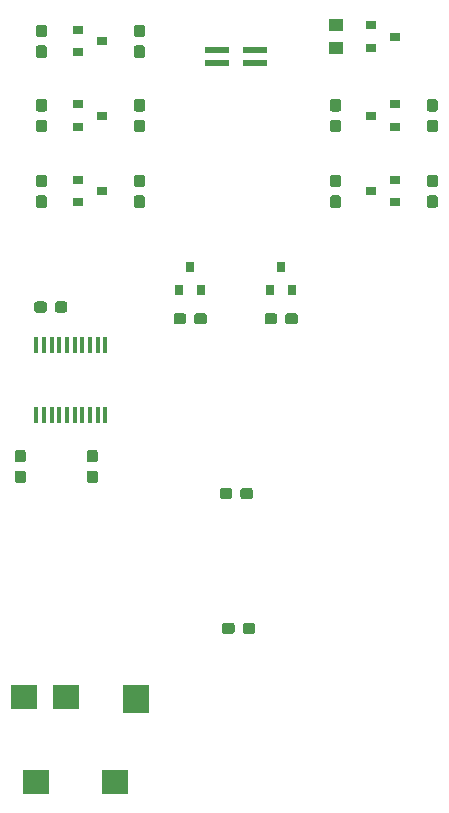
<source format=gtp>
G04 #@! TF.GenerationSoftware,KiCad,Pcbnew,5.0.0-fee4fd1~66~ubuntu16.04.1*
G04 #@! TF.CreationDate,2018-10-04T18:13:22+05:30*
G04 #@! TF.ProjectId,senseBeTx_rev1,73656E7365426554785F726576312E6B,rev?*
G04 #@! TF.SameCoordinates,Original*
G04 #@! TF.FileFunction,Paste,Top*
G04 #@! TF.FilePolarity,Positive*
%FSLAX46Y46*%
G04 Gerber Fmt 4.6, Leading zero omitted, Abs format (unit mm)*
G04 Created by KiCad (PCBNEW 5.0.0-fee4fd1~66~ubuntu16.04.1) date Thu Oct  4 18:13:22 2018*
%MOMM*%
%LPD*%
G01*
G04 APERTURE LIST*
%ADD10R,0.450000X1.450000*%
%ADD11R,1.250000X1.000000*%
%ADD12C,0.100000*%
%ADD13C,0.950000*%
%ADD14R,2.200000X2.000000*%
%ADD15R,2.200000X2.400000*%
%ADD16R,0.900000X0.800000*%
%ADD17R,0.800000X0.900000*%
%ADD18R,2.000000X0.550000*%
G04 APERTURE END LIST*
D10*
G04 #@! TO.C,U1*
X16075000Y-159850000D03*
X16725000Y-159850000D03*
X17375000Y-159850000D03*
X18025000Y-159850000D03*
X18675000Y-159850000D03*
X19325000Y-159850000D03*
X19975000Y-159850000D03*
X20625000Y-159850000D03*
X21275000Y-159850000D03*
X21925000Y-159850000D03*
X21925000Y-153950000D03*
X21275000Y-153950000D03*
X20625000Y-153950000D03*
X19975000Y-153950000D03*
X19325000Y-153950000D03*
X18675000Y-153950000D03*
X18025000Y-153950000D03*
X17375000Y-153950000D03*
X16725000Y-153950000D03*
X16075000Y-153950000D03*
G04 #@! TD*
D11*
G04 #@! TO.C,C1*
X41400000Y-128800000D03*
X41400000Y-126800000D03*
G04 #@! TD*
D12*
G04 #@! TO.C,C2*
G36*
X32435779Y-166026144D02*
X32458834Y-166029563D01*
X32481443Y-166035227D01*
X32503387Y-166043079D01*
X32524457Y-166053044D01*
X32544448Y-166065026D01*
X32563168Y-166078910D01*
X32580438Y-166094562D01*
X32596090Y-166111832D01*
X32609974Y-166130552D01*
X32621956Y-166150543D01*
X32631921Y-166171613D01*
X32639773Y-166193557D01*
X32645437Y-166216166D01*
X32648856Y-166239221D01*
X32650000Y-166262500D01*
X32650000Y-166737500D01*
X32648856Y-166760779D01*
X32645437Y-166783834D01*
X32639773Y-166806443D01*
X32631921Y-166828387D01*
X32621956Y-166849457D01*
X32609974Y-166869448D01*
X32596090Y-166888168D01*
X32580438Y-166905438D01*
X32563168Y-166921090D01*
X32544448Y-166934974D01*
X32524457Y-166946956D01*
X32503387Y-166956921D01*
X32481443Y-166964773D01*
X32458834Y-166970437D01*
X32435779Y-166973856D01*
X32412500Y-166975000D01*
X31837500Y-166975000D01*
X31814221Y-166973856D01*
X31791166Y-166970437D01*
X31768557Y-166964773D01*
X31746613Y-166956921D01*
X31725543Y-166946956D01*
X31705552Y-166934974D01*
X31686832Y-166921090D01*
X31669562Y-166905438D01*
X31653910Y-166888168D01*
X31640026Y-166869448D01*
X31628044Y-166849457D01*
X31618079Y-166828387D01*
X31610227Y-166806443D01*
X31604563Y-166783834D01*
X31601144Y-166760779D01*
X31600000Y-166737500D01*
X31600000Y-166262500D01*
X31601144Y-166239221D01*
X31604563Y-166216166D01*
X31610227Y-166193557D01*
X31618079Y-166171613D01*
X31628044Y-166150543D01*
X31640026Y-166130552D01*
X31653910Y-166111832D01*
X31669562Y-166094562D01*
X31686832Y-166078910D01*
X31705552Y-166065026D01*
X31725543Y-166053044D01*
X31746613Y-166043079D01*
X31768557Y-166035227D01*
X31791166Y-166029563D01*
X31814221Y-166026144D01*
X31837500Y-166025000D01*
X32412500Y-166025000D01*
X32435779Y-166026144D01*
X32435779Y-166026144D01*
G37*
D13*
X32125000Y-166500000D03*
D12*
G36*
X34185779Y-166026144D02*
X34208834Y-166029563D01*
X34231443Y-166035227D01*
X34253387Y-166043079D01*
X34274457Y-166053044D01*
X34294448Y-166065026D01*
X34313168Y-166078910D01*
X34330438Y-166094562D01*
X34346090Y-166111832D01*
X34359974Y-166130552D01*
X34371956Y-166150543D01*
X34381921Y-166171613D01*
X34389773Y-166193557D01*
X34395437Y-166216166D01*
X34398856Y-166239221D01*
X34400000Y-166262500D01*
X34400000Y-166737500D01*
X34398856Y-166760779D01*
X34395437Y-166783834D01*
X34389773Y-166806443D01*
X34381921Y-166828387D01*
X34371956Y-166849457D01*
X34359974Y-166869448D01*
X34346090Y-166888168D01*
X34330438Y-166905438D01*
X34313168Y-166921090D01*
X34294448Y-166934974D01*
X34274457Y-166946956D01*
X34253387Y-166956921D01*
X34231443Y-166964773D01*
X34208834Y-166970437D01*
X34185779Y-166973856D01*
X34162500Y-166975000D01*
X33587500Y-166975000D01*
X33564221Y-166973856D01*
X33541166Y-166970437D01*
X33518557Y-166964773D01*
X33496613Y-166956921D01*
X33475543Y-166946956D01*
X33455552Y-166934974D01*
X33436832Y-166921090D01*
X33419562Y-166905438D01*
X33403910Y-166888168D01*
X33390026Y-166869448D01*
X33378044Y-166849457D01*
X33368079Y-166828387D01*
X33360227Y-166806443D01*
X33354563Y-166783834D01*
X33351144Y-166760779D01*
X33350000Y-166737500D01*
X33350000Y-166262500D01*
X33351144Y-166239221D01*
X33354563Y-166216166D01*
X33360227Y-166193557D01*
X33368079Y-166171613D01*
X33378044Y-166150543D01*
X33390026Y-166130552D01*
X33403910Y-166111832D01*
X33419562Y-166094562D01*
X33436832Y-166078910D01*
X33455552Y-166065026D01*
X33475543Y-166053044D01*
X33496613Y-166043079D01*
X33518557Y-166035227D01*
X33541166Y-166029563D01*
X33564221Y-166026144D01*
X33587500Y-166025000D01*
X34162500Y-166025000D01*
X34185779Y-166026144D01*
X34185779Y-166026144D01*
G37*
D13*
X33875000Y-166500000D03*
G04 #@! TD*
D12*
G04 #@! TO.C,C3*
G36*
X21060779Y-162801144D02*
X21083834Y-162804563D01*
X21106443Y-162810227D01*
X21128387Y-162818079D01*
X21149457Y-162828044D01*
X21169448Y-162840026D01*
X21188168Y-162853910D01*
X21205438Y-162869562D01*
X21221090Y-162886832D01*
X21234974Y-162905552D01*
X21246956Y-162925543D01*
X21256921Y-162946613D01*
X21264773Y-162968557D01*
X21270437Y-162991166D01*
X21273856Y-163014221D01*
X21275000Y-163037500D01*
X21275000Y-163612500D01*
X21273856Y-163635779D01*
X21270437Y-163658834D01*
X21264773Y-163681443D01*
X21256921Y-163703387D01*
X21246956Y-163724457D01*
X21234974Y-163744448D01*
X21221090Y-163763168D01*
X21205438Y-163780438D01*
X21188168Y-163796090D01*
X21169448Y-163809974D01*
X21149457Y-163821956D01*
X21128387Y-163831921D01*
X21106443Y-163839773D01*
X21083834Y-163845437D01*
X21060779Y-163848856D01*
X21037500Y-163850000D01*
X20562500Y-163850000D01*
X20539221Y-163848856D01*
X20516166Y-163845437D01*
X20493557Y-163839773D01*
X20471613Y-163831921D01*
X20450543Y-163821956D01*
X20430552Y-163809974D01*
X20411832Y-163796090D01*
X20394562Y-163780438D01*
X20378910Y-163763168D01*
X20365026Y-163744448D01*
X20353044Y-163724457D01*
X20343079Y-163703387D01*
X20335227Y-163681443D01*
X20329563Y-163658834D01*
X20326144Y-163635779D01*
X20325000Y-163612500D01*
X20325000Y-163037500D01*
X20326144Y-163014221D01*
X20329563Y-162991166D01*
X20335227Y-162968557D01*
X20343079Y-162946613D01*
X20353044Y-162925543D01*
X20365026Y-162905552D01*
X20378910Y-162886832D01*
X20394562Y-162869562D01*
X20411832Y-162853910D01*
X20430552Y-162840026D01*
X20450543Y-162828044D01*
X20471613Y-162818079D01*
X20493557Y-162810227D01*
X20516166Y-162804563D01*
X20539221Y-162801144D01*
X20562500Y-162800000D01*
X21037500Y-162800000D01*
X21060779Y-162801144D01*
X21060779Y-162801144D01*
G37*
D13*
X20800000Y-163325000D03*
D12*
G36*
X21060779Y-164551144D02*
X21083834Y-164554563D01*
X21106443Y-164560227D01*
X21128387Y-164568079D01*
X21149457Y-164578044D01*
X21169448Y-164590026D01*
X21188168Y-164603910D01*
X21205438Y-164619562D01*
X21221090Y-164636832D01*
X21234974Y-164655552D01*
X21246956Y-164675543D01*
X21256921Y-164696613D01*
X21264773Y-164718557D01*
X21270437Y-164741166D01*
X21273856Y-164764221D01*
X21275000Y-164787500D01*
X21275000Y-165362500D01*
X21273856Y-165385779D01*
X21270437Y-165408834D01*
X21264773Y-165431443D01*
X21256921Y-165453387D01*
X21246956Y-165474457D01*
X21234974Y-165494448D01*
X21221090Y-165513168D01*
X21205438Y-165530438D01*
X21188168Y-165546090D01*
X21169448Y-165559974D01*
X21149457Y-165571956D01*
X21128387Y-165581921D01*
X21106443Y-165589773D01*
X21083834Y-165595437D01*
X21060779Y-165598856D01*
X21037500Y-165600000D01*
X20562500Y-165600000D01*
X20539221Y-165598856D01*
X20516166Y-165595437D01*
X20493557Y-165589773D01*
X20471613Y-165581921D01*
X20450543Y-165571956D01*
X20430552Y-165559974D01*
X20411832Y-165546090D01*
X20394562Y-165530438D01*
X20378910Y-165513168D01*
X20365026Y-165494448D01*
X20353044Y-165474457D01*
X20343079Y-165453387D01*
X20335227Y-165431443D01*
X20329563Y-165408834D01*
X20326144Y-165385779D01*
X20325000Y-165362500D01*
X20325000Y-164787500D01*
X20326144Y-164764221D01*
X20329563Y-164741166D01*
X20335227Y-164718557D01*
X20343079Y-164696613D01*
X20353044Y-164675543D01*
X20365026Y-164655552D01*
X20378910Y-164636832D01*
X20394562Y-164619562D01*
X20411832Y-164603910D01*
X20430552Y-164590026D01*
X20450543Y-164578044D01*
X20471613Y-164568079D01*
X20493557Y-164560227D01*
X20516166Y-164554563D01*
X20539221Y-164551144D01*
X20562500Y-164550000D01*
X21037500Y-164550000D01*
X21060779Y-164551144D01*
X21060779Y-164551144D01*
G37*
D13*
X20800000Y-165075000D03*
G04 #@! TD*
D12*
G04 #@! TO.C,C4*
G36*
X14960779Y-164551144D02*
X14983834Y-164554563D01*
X15006443Y-164560227D01*
X15028387Y-164568079D01*
X15049457Y-164578044D01*
X15069448Y-164590026D01*
X15088168Y-164603910D01*
X15105438Y-164619562D01*
X15121090Y-164636832D01*
X15134974Y-164655552D01*
X15146956Y-164675543D01*
X15156921Y-164696613D01*
X15164773Y-164718557D01*
X15170437Y-164741166D01*
X15173856Y-164764221D01*
X15175000Y-164787500D01*
X15175000Y-165362500D01*
X15173856Y-165385779D01*
X15170437Y-165408834D01*
X15164773Y-165431443D01*
X15156921Y-165453387D01*
X15146956Y-165474457D01*
X15134974Y-165494448D01*
X15121090Y-165513168D01*
X15105438Y-165530438D01*
X15088168Y-165546090D01*
X15069448Y-165559974D01*
X15049457Y-165571956D01*
X15028387Y-165581921D01*
X15006443Y-165589773D01*
X14983834Y-165595437D01*
X14960779Y-165598856D01*
X14937500Y-165600000D01*
X14462500Y-165600000D01*
X14439221Y-165598856D01*
X14416166Y-165595437D01*
X14393557Y-165589773D01*
X14371613Y-165581921D01*
X14350543Y-165571956D01*
X14330552Y-165559974D01*
X14311832Y-165546090D01*
X14294562Y-165530438D01*
X14278910Y-165513168D01*
X14265026Y-165494448D01*
X14253044Y-165474457D01*
X14243079Y-165453387D01*
X14235227Y-165431443D01*
X14229563Y-165408834D01*
X14226144Y-165385779D01*
X14225000Y-165362500D01*
X14225000Y-164787500D01*
X14226144Y-164764221D01*
X14229563Y-164741166D01*
X14235227Y-164718557D01*
X14243079Y-164696613D01*
X14253044Y-164675543D01*
X14265026Y-164655552D01*
X14278910Y-164636832D01*
X14294562Y-164619562D01*
X14311832Y-164603910D01*
X14330552Y-164590026D01*
X14350543Y-164578044D01*
X14371613Y-164568079D01*
X14393557Y-164560227D01*
X14416166Y-164554563D01*
X14439221Y-164551144D01*
X14462500Y-164550000D01*
X14937500Y-164550000D01*
X14960779Y-164551144D01*
X14960779Y-164551144D01*
G37*
D13*
X14700000Y-165075000D03*
D12*
G36*
X14960779Y-162801144D02*
X14983834Y-162804563D01*
X15006443Y-162810227D01*
X15028387Y-162818079D01*
X15049457Y-162828044D01*
X15069448Y-162840026D01*
X15088168Y-162853910D01*
X15105438Y-162869562D01*
X15121090Y-162886832D01*
X15134974Y-162905552D01*
X15146956Y-162925543D01*
X15156921Y-162946613D01*
X15164773Y-162968557D01*
X15170437Y-162991166D01*
X15173856Y-163014221D01*
X15175000Y-163037500D01*
X15175000Y-163612500D01*
X15173856Y-163635779D01*
X15170437Y-163658834D01*
X15164773Y-163681443D01*
X15156921Y-163703387D01*
X15146956Y-163724457D01*
X15134974Y-163744448D01*
X15121090Y-163763168D01*
X15105438Y-163780438D01*
X15088168Y-163796090D01*
X15069448Y-163809974D01*
X15049457Y-163821956D01*
X15028387Y-163831921D01*
X15006443Y-163839773D01*
X14983834Y-163845437D01*
X14960779Y-163848856D01*
X14937500Y-163850000D01*
X14462500Y-163850000D01*
X14439221Y-163848856D01*
X14416166Y-163845437D01*
X14393557Y-163839773D01*
X14371613Y-163831921D01*
X14350543Y-163821956D01*
X14330552Y-163809974D01*
X14311832Y-163796090D01*
X14294562Y-163780438D01*
X14278910Y-163763168D01*
X14265026Y-163744448D01*
X14253044Y-163724457D01*
X14243079Y-163703387D01*
X14235227Y-163681443D01*
X14229563Y-163658834D01*
X14226144Y-163635779D01*
X14225000Y-163612500D01*
X14225000Y-163037500D01*
X14226144Y-163014221D01*
X14229563Y-162991166D01*
X14235227Y-162968557D01*
X14243079Y-162946613D01*
X14253044Y-162925543D01*
X14265026Y-162905552D01*
X14278910Y-162886832D01*
X14294562Y-162869562D01*
X14311832Y-162853910D01*
X14330552Y-162840026D01*
X14350543Y-162828044D01*
X14371613Y-162818079D01*
X14393557Y-162810227D01*
X14416166Y-162804563D01*
X14439221Y-162801144D01*
X14462500Y-162800000D01*
X14937500Y-162800000D01*
X14960779Y-162801144D01*
X14960779Y-162801144D01*
G37*
D13*
X14700000Y-163325000D03*
G04 #@! TD*
D14*
G04 #@! TO.C,J1*
X16000000Y-190900000D03*
X22700000Y-190900000D03*
X15000000Y-183700000D03*
X18600000Y-183700000D03*
D15*
X24500000Y-183900000D03*
G04 #@! TD*
D16*
G04 #@! TO.C,Q1*
X46400000Y-127800000D03*
X44400000Y-128750000D03*
X44400000Y-126850000D03*
G04 #@! TD*
G04 #@! TO.C,Q2*
X46400000Y-135450000D03*
X46400000Y-133550000D03*
X44400000Y-134500000D03*
G04 #@! TD*
G04 #@! TO.C,Q3*
X44400000Y-140900000D03*
X46400000Y-139950000D03*
X46400000Y-141850000D03*
G04 #@! TD*
G04 #@! TO.C,Q4*
X19600000Y-127250000D03*
X19600000Y-129150000D03*
X21600000Y-128200000D03*
G04 #@! TD*
G04 #@! TO.C,Q5*
X21600000Y-134500000D03*
X19600000Y-135450000D03*
X19600000Y-133550000D03*
G04 #@! TD*
G04 #@! TO.C,Q6*
X19600000Y-139950000D03*
X19600000Y-141850000D03*
X21600000Y-140900000D03*
G04 #@! TD*
D17*
G04 #@! TO.C,Q7*
X29100000Y-147300000D03*
X30050000Y-149300000D03*
X28150000Y-149300000D03*
G04 #@! TD*
G04 #@! TO.C,Q8*
X35850000Y-149300000D03*
X37750000Y-149300000D03*
X36800000Y-147300000D03*
G04 #@! TD*
D12*
G04 #@! TO.C,R1*
G36*
X32635779Y-177426144D02*
X32658834Y-177429563D01*
X32681443Y-177435227D01*
X32703387Y-177443079D01*
X32724457Y-177453044D01*
X32744448Y-177465026D01*
X32763168Y-177478910D01*
X32780438Y-177494562D01*
X32796090Y-177511832D01*
X32809974Y-177530552D01*
X32821956Y-177550543D01*
X32831921Y-177571613D01*
X32839773Y-177593557D01*
X32845437Y-177616166D01*
X32848856Y-177639221D01*
X32850000Y-177662500D01*
X32850000Y-178137500D01*
X32848856Y-178160779D01*
X32845437Y-178183834D01*
X32839773Y-178206443D01*
X32831921Y-178228387D01*
X32821956Y-178249457D01*
X32809974Y-178269448D01*
X32796090Y-178288168D01*
X32780438Y-178305438D01*
X32763168Y-178321090D01*
X32744448Y-178334974D01*
X32724457Y-178346956D01*
X32703387Y-178356921D01*
X32681443Y-178364773D01*
X32658834Y-178370437D01*
X32635779Y-178373856D01*
X32612500Y-178375000D01*
X32037500Y-178375000D01*
X32014221Y-178373856D01*
X31991166Y-178370437D01*
X31968557Y-178364773D01*
X31946613Y-178356921D01*
X31925543Y-178346956D01*
X31905552Y-178334974D01*
X31886832Y-178321090D01*
X31869562Y-178305438D01*
X31853910Y-178288168D01*
X31840026Y-178269448D01*
X31828044Y-178249457D01*
X31818079Y-178228387D01*
X31810227Y-178206443D01*
X31804563Y-178183834D01*
X31801144Y-178160779D01*
X31800000Y-178137500D01*
X31800000Y-177662500D01*
X31801144Y-177639221D01*
X31804563Y-177616166D01*
X31810227Y-177593557D01*
X31818079Y-177571613D01*
X31828044Y-177550543D01*
X31840026Y-177530552D01*
X31853910Y-177511832D01*
X31869562Y-177494562D01*
X31886832Y-177478910D01*
X31905552Y-177465026D01*
X31925543Y-177453044D01*
X31946613Y-177443079D01*
X31968557Y-177435227D01*
X31991166Y-177429563D01*
X32014221Y-177426144D01*
X32037500Y-177425000D01*
X32612500Y-177425000D01*
X32635779Y-177426144D01*
X32635779Y-177426144D01*
G37*
D13*
X32325000Y-177900000D03*
D12*
G36*
X34385779Y-177426144D02*
X34408834Y-177429563D01*
X34431443Y-177435227D01*
X34453387Y-177443079D01*
X34474457Y-177453044D01*
X34494448Y-177465026D01*
X34513168Y-177478910D01*
X34530438Y-177494562D01*
X34546090Y-177511832D01*
X34559974Y-177530552D01*
X34571956Y-177550543D01*
X34581921Y-177571613D01*
X34589773Y-177593557D01*
X34595437Y-177616166D01*
X34598856Y-177639221D01*
X34600000Y-177662500D01*
X34600000Y-178137500D01*
X34598856Y-178160779D01*
X34595437Y-178183834D01*
X34589773Y-178206443D01*
X34581921Y-178228387D01*
X34571956Y-178249457D01*
X34559974Y-178269448D01*
X34546090Y-178288168D01*
X34530438Y-178305438D01*
X34513168Y-178321090D01*
X34494448Y-178334974D01*
X34474457Y-178346956D01*
X34453387Y-178356921D01*
X34431443Y-178364773D01*
X34408834Y-178370437D01*
X34385779Y-178373856D01*
X34362500Y-178375000D01*
X33787500Y-178375000D01*
X33764221Y-178373856D01*
X33741166Y-178370437D01*
X33718557Y-178364773D01*
X33696613Y-178356921D01*
X33675543Y-178346956D01*
X33655552Y-178334974D01*
X33636832Y-178321090D01*
X33619562Y-178305438D01*
X33603910Y-178288168D01*
X33590026Y-178269448D01*
X33578044Y-178249457D01*
X33568079Y-178228387D01*
X33560227Y-178206443D01*
X33554563Y-178183834D01*
X33551144Y-178160779D01*
X33550000Y-178137500D01*
X33550000Y-177662500D01*
X33551144Y-177639221D01*
X33554563Y-177616166D01*
X33560227Y-177593557D01*
X33568079Y-177571613D01*
X33578044Y-177550543D01*
X33590026Y-177530552D01*
X33603910Y-177511832D01*
X33619562Y-177494562D01*
X33636832Y-177478910D01*
X33655552Y-177465026D01*
X33675543Y-177453044D01*
X33696613Y-177443079D01*
X33718557Y-177435227D01*
X33741166Y-177429563D01*
X33764221Y-177426144D01*
X33787500Y-177425000D01*
X34362500Y-177425000D01*
X34385779Y-177426144D01*
X34385779Y-177426144D01*
G37*
D13*
X34075000Y-177900000D03*
G04 #@! TD*
D12*
G04 #@! TO.C,R2*
G36*
X41660779Y-141251144D02*
X41683834Y-141254563D01*
X41706443Y-141260227D01*
X41728387Y-141268079D01*
X41749457Y-141278044D01*
X41769448Y-141290026D01*
X41788168Y-141303910D01*
X41805438Y-141319562D01*
X41821090Y-141336832D01*
X41834974Y-141355552D01*
X41846956Y-141375543D01*
X41856921Y-141396613D01*
X41864773Y-141418557D01*
X41870437Y-141441166D01*
X41873856Y-141464221D01*
X41875000Y-141487500D01*
X41875000Y-142062500D01*
X41873856Y-142085779D01*
X41870437Y-142108834D01*
X41864773Y-142131443D01*
X41856921Y-142153387D01*
X41846956Y-142174457D01*
X41834974Y-142194448D01*
X41821090Y-142213168D01*
X41805438Y-142230438D01*
X41788168Y-142246090D01*
X41769448Y-142259974D01*
X41749457Y-142271956D01*
X41728387Y-142281921D01*
X41706443Y-142289773D01*
X41683834Y-142295437D01*
X41660779Y-142298856D01*
X41637500Y-142300000D01*
X41162500Y-142300000D01*
X41139221Y-142298856D01*
X41116166Y-142295437D01*
X41093557Y-142289773D01*
X41071613Y-142281921D01*
X41050543Y-142271956D01*
X41030552Y-142259974D01*
X41011832Y-142246090D01*
X40994562Y-142230438D01*
X40978910Y-142213168D01*
X40965026Y-142194448D01*
X40953044Y-142174457D01*
X40943079Y-142153387D01*
X40935227Y-142131443D01*
X40929563Y-142108834D01*
X40926144Y-142085779D01*
X40925000Y-142062500D01*
X40925000Y-141487500D01*
X40926144Y-141464221D01*
X40929563Y-141441166D01*
X40935227Y-141418557D01*
X40943079Y-141396613D01*
X40953044Y-141375543D01*
X40965026Y-141355552D01*
X40978910Y-141336832D01*
X40994562Y-141319562D01*
X41011832Y-141303910D01*
X41030552Y-141290026D01*
X41050543Y-141278044D01*
X41071613Y-141268079D01*
X41093557Y-141260227D01*
X41116166Y-141254563D01*
X41139221Y-141251144D01*
X41162500Y-141250000D01*
X41637500Y-141250000D01*
X41660779Y-141251144D01*
X41660779Y-141251144D01*
G37*
D13*
X41400000Y-141775000D03*
D12*
G36*
X41660779Y-139501144D02*
X41683834Y-139504563D01*
X41706443Y-139510227D01*
X41728387Y-139518079D01*
X41749457Y-139528044D01*
X41769448Y-139540026D01*
X41788168Y-139553910D01*
X41805438Y-139569562D01*
X41821090Y-139586832D01*
X41834974Y-139605552D01*
X41846956Y-139625543D01*
X41856921Y-139646613D01*
X41864773Y-139668557D01*
X41870437Y-139691166D01*
X41873856Y-139714221D01*
X41875000Y-139737500D01*
X41875000Y-140312500D01*
X41873856Y-140335779D01*
X41870437Y-140358834D01*
X41864773Y-140381443D01*
X41856921Y-140403387D01*
X41846956Y-140424457D01*
X41834974Y-140444448D01*
X41821090Y-140463168D01*
X41805438Y-140480438D01*
X41788168Y-140496090D01*
X41769448Y-140509974D01*
X41749457Y-140521956D01*
X41728387Y-140531921D01*
X41706443Y-140539773D01*
X41683834Y-140545437D01*
X41660779Y-140548856D01*
X41637500Y-140550000D01*
X41162500Y-140550000D01*
X41139221Y-140548856D01*
X41116166Y-140545437D01*
X41093557Y-140539773D01*
X41071613Y-140531921D01*
X41050543Y-140521956D01*
X41030552Y-140509974D01*
X41011832Y-140496090D01*
X40994562Y-140480438D01*
X40978910Y-140463168D01*
X40965026Y-140444448D01*
X40953044Y-140424457D01*
X40943079Y-140403387D01*
X40935227Y-140381443D01*
X40929563Y-140358834D01*
X40926144Y-140335779D01*
X40925000Y-140312500D01*
X40925000Y-139737500D01*
X40926144Y-139714221D01*
X40929563Y-139691166D01*
X40935227Y-139668557D01*
X40943079Y-139646613D01*
X40953044Y-139625543D01*
X40965026Y-139605552D01*
X40978910Y-139586832D01*
X40994562Y-139569562D01*
X41011832Y-139553910D01*
X41030552Y-139540026D01*
X41050543Y-139528044D01*
X41071613Y-139518079D01*
X41093557Y-139510227D01*
X41116166Y-139504563D01*
X41139221Y-139501144D01*
X41162500Y-139500000D01*
X41637500Y-139500000D01*
X41660779Y-139501144D01*
X41660779Y-139501144D01*
G37*
D13*
X41400000Y-140025000D03*
G04 #@! TD*
D12*
G04 #@! TO.C,R3*
G36*
X41660779Y-133101144D02*
X41683834Y-133104563D01*
X41706443Y-133110227D01*
X41728387Y-133118079D01*
X41749457Y-133128044D01*
X41769448Y-133140026D01*
X41788168Y-133153910D01*
X41805438Y-133169562D01*
X41821090Y-133186832D01*
X41834974Y-133205552D01*
X41846956Y-133225543D01*
X41856921Y-133246613D01*
X41864773Y-133268557D01*
X41870437Y-133291166D01*
X41873856Y-133314221D01*
X41875000Y-133337500D01*
X41875000Y-133912500D01*
X41873856Y-133935779D01*
X41870437Y-133958834D01*
X41864773Y-133981443D01*
X41856921Y-134003387D01*
X41846956Y-134024457D01*
X41834974Y-134044448D01*
X41821090Y-134063168D01*
X41805438Y-134080438D01*
X41788168Y-134096090D01*
X41769448Y-134109974D01*
X41749457Y-134121956D01*
X41728387Y-134131921D01*
X41706443Y-134139773D01*
X41683834Y-134145437D01*
X41660779Y-134148856D01*
X41637500Y-134150000D01*
X41162500Y-134150000D01*
X41139221Y-134148856D01*
X41116166Y-134145437D01*
X41093557Y-134139773D01*
X41071613Y-134131921D01*
X41050543Y-134121956D01*
X41030552Y-134109974D01*
X41011832Y-134096090D01*
X40994562Y-134080438D01*
X40978910Y-134063168D01*
X40965026Y-134044448D01*
X40953044Y-134024457D01*
X40943079Y-134003387D01*
X40935227Y-133981443D01*
X40929563Y-133958834D01*
X40926144Y-133935779D01*
X40925000Y-133912500D01*
X40925000Y-133337500D01*
X40926144Y-133314221D01*
X40929563Y-133291166D01*
X40935227Y-133268557D01*
X40943079Y-133246613D01*
X40953044Y-133225543D01*
X40965026Y-133205552D01*
X40978910Y-133186832D01*
X40994562Y-133169562D01*
X41011832Y-133153910D01*
X41030552Y-133140026D01*
X41050543Y-133128044D01*
X41071613Y-133118079D01*
X41093557Y-133110227D01*
X41116166Y-133104563D01*
X41139221Y-133101144D01*
X41162500Y-133100000D01*
X41637500Y-133100000D01*
X41660779Y-133101144D01*
X41660779Y-133101144D01*
G37*
D13*
X41400000Y-133625000D03*
D12*
G36*
X41660779Y-134851144D02*
X41683834Y-134854563D01*
X41706443Y-134860227D01*
X41728387Y-134868079D01*
X41749457Y-134878044D01*
X41769448Y-134890026D01*
X41788168Y-134903910D01*
X41805438Y-134919562D01*
X41821090Y-134936832D01*
X41834974Y-134955552D01*
X41846956Y-134975543D01*
X41856921Y-134996613D01*
X41864773Y-135018557D01*
X41870437Y-135041166D01*
X41873856Y-135064221D01*
X41875000Y-135087500D01*
X41875000Y-135662500D01*
X41873856Y-135685779D01*
X41870437Y-135708834D01*
X41864773Y-135731443D01*
X41856921Y-135753387D01*
X41846956Y-135774457D01*
X41834974Y-135794448D01*
X41821090Y-135813168D01*
X41805438Y-135830438D01*
X41788168Y-135846090D01*
X41769448Y-135859974D01*
X41749457Y-135871956D01*
X41728387Y-135881921D01*
X41706443Y-135889773D01*
X41683834Y-135895437D01*
X41660779Y-135898856D01*
X41637500Y-135900000D01*
X41162500Y-135900000D01*
X41139221Y-135898856D01*
X41116166Y-135895437D01*
X41093557Y-135889773D01*
X41071613Y-135881921D01*
X41050543Y-135871956D01*
X41030552Y-135859974D01*
X41011832Y-135846090D01*
X40994562Y-135830438D01*
X40978910Y-135813168D01*
X40965026Y-135794448D01*
X40953044Y-135774457D01*
X40943079Y-135753387D01*
X40935227Y-135731443D01*
X40929563Y-135708834D01*
X40926144Y-135685779D01*
X40925000Y-135662500D01*
X40925000Y-135087500D01*
X40926144Y-135064221D01*
X40929563Y-135041166D01*
X40935227Y-135018557D01*
X40943079Y-134996613D01*
X40953044Y-134975543D01*
X40965026Y-134955552D01*
X40978910Y-134936832D01*
X40994562Y-134919562D01*
X41011832Y-134903910D01*
X41030552Y-134890026D01*
X41050543Y-134878044D01*
X41071613Y-134868079D01*
X41093557Y-134860227D01*
X41116166Y-134854563D01*
X41139221Y-134851144D01*
X41162500Y-134850000D01*
X41637500Y-134850000D01*
X41660779Y-134851144D01*
X41660779Y-134851144D01*
G37*
D13*
X41400000Y-135375000D03*
G04 #@! TD*
D12*
G04 #@! TO.C,R4*
G36*
X49860779Y-134851144D02*
X49883834Y-134854563D01*
X49906443Y-134860227D01*
X49928387Y-134868079D01*
X49949457Y-134878044D01*
X49969448Y-134890026D01*
X49988168Y-134903910D01*
X50005438Y-134919562D01*
X50021090Y-134936832D01*
X50034974Y-134955552D01*
X50046956Y-134975543D01*
X50056921Y-134996613D01*
X50064773Y-135018557D01*
X50070437Y-135041166D01*
X50073856Y-135064221D01*
X50075000Y-135087500D01*
X50075000Y-135662500D01*
X50073856Y-135685779D01*
X50070437Y-135708834D01*
X50064773Y-135731443D01*
X50056921Y-135753387D01*
X50046956Y-135774457D01*
X50034974Y-135794448D01*
X50021090Y-135813168D01*
X50005438Y-135830438D01*
X49988168Y-135846090D01*
X49969448Y-135859974D01*
X49949457Y-135871956D01*
X49928387Y-135881921D01*
X49906443Y-135889773D01*
X49883834Y-135895437D01*
X49860779Y-135898856D01*
X49837500Y-135900000D01*
X49362500Y-135900000D01*
X49339221Y-135898856D01*
X49316166Y-135895437D01*
X49293557Y-135889773D01*
X49271613Y-135881921D01*
X49250543Y-135871956D01*
X49230552Y-135859974D01*
X49211832Y-135846090D01*
X49194562Y-135830438D01*
X49178910Y-135813168D01*
X49165026Y-135794448D01*
X49153044Y-135774457D01*
X49143079Y-135753387D01*
X49135227Y-135731443D01*
X49129563Y-135708834D01*
X49126144Y-135685779D01*
X49125000Y-135662500D01*
X49125000Y-135087500D01*
X49126144Y-135064221D01*
X49129563Y-135041166D01*
X49135227Y-135018557D01*
X49143079Y-134996613D01*
X49153044Y-134975543D01*
X49165026Y-134955552D01*
X49178910Y-134936832D01*
X49194562Y-134919562D01*
X49211832Y-134903910D01*
X49230552Y-134890026D01*
X49250543Y-134878044D01*
X49271613Y-134868079D01*
X49293557Y-134860227D01*
X49316166Y-134854563D01*
X49339221Y-134851144D01*
X49362500Y-134850000D01*
X49837500Y-134850000D01*
X49860779Y-134851144D01*
X49860779Y-134851144D01*
G37*
D13*
X49600000Y-135375000D03*
D12*
G36*
X49860779Y-133101144D02*
X49883834Y-133104563D01*
X49906443Y-133110227D01*
X49928387Y-133118079D01*
X49949457Y-133128044D01*
X49969448Y-133140026D01*
X49988168Y-133153910D01*
X50005438Y-133169562D01*
X50021090Y-133186832D01*
X50034974Y-133205552D01*
X50046956Y-133225543D01*
X50056921Y-133246613D01*
X50064773Y-133268557D01*
X50070437Y-133291166D01*
X50073856Y-133314221D01*
X50075000Y-133337500D01*
X50075000Y-133912500D01*
X50073856Y-133935779D01*
X50070437Y-133958834D01*
X50064773Y-133981443D01*
X50056921Y-134003387D01*
X50046956Y-134024457D01*
X50034974Y-134044448D01*
X50021090Y-134063168D01*
X50005438Y-134080438D01*
X49988168Y-134096090D01*
X49969448Y-134109974D01*
X49949457Y-134121956D01*
X49928387Y-134131921D01*
X49906443Y-134139773D01*
X49883834Y-134145437D01*
X49860779Y-134148856D01*
X49837500Y-134150000D01*
X49362500Y-134150000D01*
X49339221Y-134148856D01*
X49316166Y-134145437D01*
X49293557Y-134139773D01*
X49271613Y-134131921D01*
X49250543Y-134121956D01*
X49230552Y-134109974D01*
X49211832Y-134096090D01*
X49194562Y-134080438D01*
X49178910Y-134063168D01*
X49165026Y-134044448D01*
X49153044Y-134024457D01*
X49143079Y-134003387D01*
X49135227Y-133981443D01*
X49129563Y-133958834D01*
X49126144Y-133935779D01*
X49125000Y-133912500D01*
X49125000Y-133337500D01*
X49126144Y-133314221D01*
X49129563Y-133291166D01*
X49135227Y-133268557D01*
X49143079Y-133246613D01*
X49153044Y-133225543D01*
X49165026Y-133205552D01*
X49178910Y-133186832D01*
X49194562Y-133169562D01*
X49211832Y-133153910D01*
X49230552Y-133140026D01*
X49250543Y-133128044D01*
X49271613Y-133118079D01*
X49293557Y-133110227D01*
X49316166Y-133104563D01*
X49339221Y-133101144D01*
X49362500Y-133100000D01*
X49837500Y-133100000D01*
X49860779Y-133101144D01*
X49860779Y-133101144D01*
G37*
D13*
X49600000Y-133625000D03*
G04 #@! TD*
D12*
G04 #@! TO.C,R5*
G36*
X49860779Y-139501144D02*
X49883834Y-139504563D01*
X49906443Y-139510227D01*
X49928387Y-139518079D01*
X49949457Y-139528044D01*
X49969448Y-139540026D01*
X49988168Y-139553910D01*
X50005438Y-139569562D01*
X50021090Y-139586832D01*
X50034974Y-139605552D01*
X50046956Y-139625543D01*
X50056921Y-139646613D01*
X50064773Y-139668557D01*
X50070437Y-139691166D01*
X50073856Y-139714221D01*
X50075000Y-139737500D01*
X50075000Y-140312500D01*
X50073856Y-140335779D01*
X50070437Y-140358834D01*
X50064773Y-140381443D01*
X50056921Y-140403387D01*
X50046956Y-140424457D01*
X50034974Y-140444448D01*
X50021090Y-140463168D01*
X50005438Y-140480438D01*
X49988168Y-140496090D01*
X49969448Y-140509974D01*
X49949457Y-140521956D01*
X49928387Y-140531921D01*
X49906443Y-140539773D01*
X49883834Y-140545437D01*
X49860779Y-140548856D01*
X49837500Y-140550000D01*
X49362500Y-140550000D01*
X49339221Y-140548856D01*
X49316166Y-140545437D01*
X49293557Y-140539773D01*
X49271613Y-140531921D01*
X49250543Y-140521956D01*
X49230552Y-140509974D01*
X49211832Y-140496090D01*
X49194562Y-140480438D01*
X49178910Y-140463168D01*
X49165026Y-140444448D01*
X49153044Y-140424457D01*
X49143079Y-140403387D01*
X49135227Y-140381443D01*
X49129563Y-140358834D01*
X49126144Y-140335779D01*
X49125000Y-140312500D01*
X49125000Y-139737500D01*
X49126144Y-139714221D01*
X49129563Y-139691166D01*
X49135227Y-139668557D01*
X49143079Y-139646613D01*
X49153044Y-139625543D01*
X49165026Y-139605552D01*
X49178910Y-139586832D01*
X49194562Y-139569562D01*
X49211832Y-139553910D01*
X49230552Y-139540026D01*
X49250543Y-139528044D01*
X49271613Y-139518079D01*
X49293557Y-139510227D01*
X49316166Y-139504563D01*
X49339221Y-139501144D01*
X49362500Y-139500000D01*
X49837500Y-139500000D01*
X49860779Y-139501144D01*
X49860779Y-139501144D01*
G37*
D13*
X49600000Y-140025000D03*
D12*
G36*
X49860779Y-141251144D02*
X49883834Y-141254563D01*
X49906443Y-141260227D01*
X49928387Y-141268079D01*
X49949457Y-141278044D01*
X49969448Y-141290026D01*
X49988168Y-141303910D01*
X50005438Y-141319562D01*
X50021090Y-141336832D01*
X50034974Y-141355552D01*
X50046956Y-141375543D01*
X50056921Y-141396613D01*
X50064773Y-141418557D01*
X50070437Y-141441166D01*
X50073856Y-141464221D01*
X50075000Y-141487500D01*
X50075000Y-142062500D01*
X50073856Y-142085779D01*
X50070437Y-142108834D01*
X50064773Y-142131443D01*
X50056921Y-142153387D01*
X50046956Y-142174457D01*
X50034974Y-142194448D01*
X50021090Y-142213168D01*
X50005438Y-142230438D01*
X49988168Y-142246090D01*
X49969448Y-142259974D01*
X49949457Y-142271956D01*
X49928387Y-142281921D01*
X49906443Y-142289773D01*
X49883834Y-142295437D01*
X49860779Y-142298856D01*
X49837500Y-142300000D01*
X49362500Y-142300000D01*
X49339221Y-142298856D01*
X49316166Y-142295437D01*
X49293557Y-142289773D01*
X49271613Y-142281921D01*
X49250543Y-142271956D01*
X49230552Y-142259974D01*
X49211832Y-142246090D01*
X49194562Y-142230438D01*
X49178910Y-142213168D01*
X49165026Y-142194448D01*
X49153044Y-142174457D01*
X49143079Y-142153387D01*
X49135227Y-142131443D01*
X49129563Y-142108834D01*
X49126144Y-142085779D01*
X49125000Y-142062500D01*
X49125000Y-141487500D01*
X49126144Y-141464221D01*
X49129563Y-141441166D01*
X49135227Y-141418557D01*
X49143079Y-141396613D01*
X49153044Y-141375543D01*
X49165026Y-141355552D01*
X49178910Y-141336832D01*
X49194562Y-141319562D01*
X49211832Y-141303910D01*
X49230552Y-141290026D01*
X49250543Y-141278044D01*
X49271613Y-141268079D01*
X49293557Y-141260227D01*
X49316166Y-141254563D01*
X49339221Y-141251144D01*
X49362500Y-141250000D01*
X49837500Y-141250000D01*
X49860779Y-141251144D01*
X49860779Y-141251144D01*
G37*
D13*
X49600000Y-141775000D03*
G04 #@! TD*
D12*
G04 #@! TO.C,R6*
G36*
X16760779Y-126801144D02*
X16783834Y-126804563D01*
X16806443Y-126810227D01*
X16828387Y-126818079D01*
X16849457Y-126828044D01*
X16869448Y-126840026D01*
X16888168Y-126853910D01*
X16905438Y-126869562D01*
X16921090Y-126886832D01*
X16934974Y-126905552D01*
X16946956Y-126925543D01*
X16956921Y-126946613D01*
X16964773Y-126968557D01*
X16970437Y-126991166D01*
X16973856Y-127014221D01*
X16975000Y-127037500D01*
X16975000Y-127612500D01*
X16973856Y-127635779D01*
X16970437Y-127658834D01*
X16964773Y-127681443D01*
X16956921Y-127703387D01*
X16946956Y-127724457D01*
X16934974Y-127744448D01*
X16921090Y-127763168D01*
X16905438Y-127780438D01*
X16888168Y-127796090D01*
X16869448Y-127809974D01*
X16849457Y-127821956D01*
X16828387Y-127831921D01*
X16806443Y-127839773D01*
X16783834Y-127845437D01*
X16760779Y-127848856D01*
X16737500Y-127850000D01*
X16262500Y-127850000D01*
X16239221Y-127848856D01*
X16216166Y-127845437D01*
X16193557Y-127839773D01*
X16171613Y-127831921D01*
X16150543Y-127821956D01*
X16130552Y-127809974D01*
X16111832Y-127796090D01*
X16094562Y-127780438D01*
X16078910Y-127763168D01*
X16065026Y-127744448D01*
X16053044Y-127724457D01*
X16043079Y-127703387D01*
X16035227Y-127681443D01*
X16029563Y-127658834D01*
X16026144Y-127635779D01*
X16025000Y-127612500D01*
X16025000Y-127037500D01*
X16026144Y-127014221D01*
X16029563Y-126991166D01*
X16035227Y-126968557D01*
X16043079Y-126946613D01*
X16053044Y-126925543D01*
X16065026Y-126905552D01*
X16078910Y-126886832D01*
X16094562Y-126869562D01*
X16111832Y-126853910D01*
X16130552Y-126840026D01*
X16150543Y-126828044D01*
X16171613Y-126818079D01*
X16193557Y-126810227D01*
X16216166Y-126804563D01*
X16239221Y-126801144D01*
X16262500Y-126800000D01*
X16737500Y-126800000D01*
X16760779Y-126801144D01*
X16760779Y-126801144D01*
G37*
D13*
X16500000Y-127325000D03*
D12*
G36*
X16760779Y-128551144D02*
X16783834Y-128554563D01*
X16806443Y-128560227D01*
X16828387Y-128568079D01*
X16849457Y-128578044D01*
X16869448Y-128590026D01*
X16888168Y-128603910D01*
X16905438Y-128619562D01*
X16921090Y-128636832D01*
X16934974Y-128655552D01*
X16946956Y-128675543D01*
X16956921Y-128696613D01*
X16964773Y-128718557D01*
X16970437Y-128741166D01*
X16973856Y-128764221D01*
X16975000Y-128787500D01*
X16975000Y-129362500D01*
X16973856Y-129385779D01*
X16970437Y-129408834D01*
X16964773Y-129431443D01*
X16956921Y-129453387D01*
X16946956Y-129474457D01*
X16934974Y-129494448D01*
X16921090Y-129513168D01*
X16905438Y-129530438D01*
X16888168Y-129546090D01*
X16869448Y-129559974D01*
X16849457Y-129571956D01*
X16828387Y-129581921D01*
X16806443Y-129589773D01*
X16783834Y-129595437D01*
X16760779Y-129598856D01*
X16737500Y-129600000D01*
X16262500Y-129600000D01*
X16239221Y-129598856D01*
X16216166Y-129595437D01*
X16193557Y-129589773D01*
X16171613Y-129581921D01*
X16150543Y-129571956D01*
X16130552Y-129559974D01*
X16111832Y-129546090D01*
X16094562Y-129530438D01*
X16078910Y-129513168D01*
X16065026Y-129494448D01*
X16053044Y-129474457D01*
X16043079Y-129453387D01*
X16035227Y-129431443D01*
X16029563Y-129408834D01*
X16026144Y-129385779D01*
X16025000Y-129362500D01*
X16025000Y-128787500D01*
X16026144Y-128764221D01*
X16029563Y-128741166D01*
X16035227Y-128718557D01*
X16043079Y-128696613D01*
X16053044Y-128675543D01*
X16065026Y-128655552D01*
X16078910Y-128636832D01*
X16094562Y-128619562D01*
X16111832Y-128603910D01*
X16130552Y-128590026D01*
X16150543Y-128578044D01*
X16171613Y-128568079D01*
X16193557Y-128560227D01*
X16216166Y-128554563D01*
X16239221Y-128551144D01*
X16262500Y-128550000D01*
X16737500Y-128550000D01*
X16760779Y-128551144D01*
X16760779Y-128551144D01*
G37*
D13*
X16500000Y-129075000D03*
G04 #@! TD*
D12*
G04 #@! TO.C,R7*
G36*
X16760779Y-134851144D02*
X16783834Y-134854563D01*
X16806443Y-134860227D01*
X16828387Y-134868079D01*
X16849457Y-134878044D01*
X16869448Y-134890026D01*
X16888168Y-134903910D01*
X16905438Y-134919562D01*
X16921090Y-134936832D01*
X16934974Y-134955552D01*
X16946956Y-134975543D01*
X16956921Y-134996613D01*
X16964773Y-135018557D01*
X16970437Y-135041166D01*
X16973856Y-135064221D01*
X16975000Y-135087500D01*
X16975000Y-135662500D01*
X16973856Y-135685779D01*
X16970437Y-135708834D01*
X16964773Y-135731443D01*
X16956921Y-135753387D01*
X16946956Y-135774457D01*
X16934974Y-135794448D01*
X16921090Y-135813168D01*
X16905438Y-135830438D01*
X16888168Y-135846090D01*
X16869448Y-135859974D01*
X16849457Y-135871956D01*
X16828387Y-135881921D01*
X16806443Y-135889773D01*
X16783834Y-135895437D01*
X16760779Y-135898856D01*
X16737500Y-135900000D01*
X16262500Y-135900000D01*
X16239221Y-135898856D01*
X16216166Y-135895437D01*
X16193557Y-135889773D01*
X16171613Y-135881921D01*
X16150543Y-135871956D01*
X16130552Y-135859974D01*
X16111832Y-135846090D01*
X16094562Y-135830438D01*
X16078910Y-135813168D01*
X16065026Y-135794448D01*
X16053044Y-135774457D01*
X16043079Y-135753387D01*
X16035227Y-135731443D01*
X16029563Y-135708834D01*
X16026144Y-135685779D01*
X16025000Y-135662500D01*
X16025000Y-135087500D01*
X16026144Y-135064221D01*
X16029563Y-135041166D01*
X16035227Y-135018557D01*
X16043079Y-134996613D01*
X16053044Y-134975543D01*
X16065026Y-134955552D01*
X16078910Y-134936832D01*
X16094562Y-134919562D01*
X16111832Y-134903910D01*
X16130552Y-134890026D01*
X16150543Y-134878044D01*
X16171613Y-134868079D01*
X16193557Y-134860227D01*
X16216166Y-134854563D01*
X16239221Y-134851144D01*
X16262500Y-134850000D01*
X16737500Y-134850000D01*
X16760779Y-134851144D01*
X16760779Y-134851144D01*
G37*
D13*
X16500000Y-135375000D03*
D12*
G36*
X16760779Y-133101144D02*
X16783834Y-133104563D01*
X16806443Y-133110227D01*
X16828387Y-133118079D01*
X16849457Y-133128044D01*
X16869448Y-133140026D01*
X16888168Y-133153910D01*
X16905438Y-133169562D01*
X16921090Y-133186832D01*
X16934974Y-133205552D01*
X16946956Y-133225543D01*
X16956921Y-133246613D01*
X16964773Y-133268557D01*
X16970437Y-133291166D01*
X16973856Y-133314221D01*
X16975000Y-133337500D01*
X16975000Y-133912500D01*
X16973856Y-133935779D01*
X16970437Y-133958834D01*
X16964773Y-133981443D01*
X16956921Y-134003387D01*
X16946956Y-134024457D01*
X16934974Y-134044448D01*
X16921090Y-134063168D01*
X16905438Y-134080438D01*
X16888168Y-134096090D01*
X16869448Y-134109974D01*
X16849457Y-134121956D01*
X16828387Y-134131921D01*
X16806443Y-134139773D01*
X16783834Y-134145437D01*
X16760779Y-134148856D01*
X16737500Y-134150000D01*
X16262500Y-134150000D01*
X16239221Y-134148856D01*
X16216166Y-134145437D01*
X16193557Y-134139773D01*
X16171613Y-134131921D01*
X16150543Y-134121956D01*
X16130552Y-134109974D01*
X16111832Y-134096090D01*
X16094562Y-134080438D01*
X16078910Y-134063168D01*
X16065026Y-134044448D01*
X16053044Y-134024457D01*
X16043079Y-134003387D01*
X16035227Y-133981443D01*
X16029563Y-133958834D01*
X16026144Y-133935779D01*
X16025000Y-133912500D01*
X16025000Y-133337500D01*
X16026144Y-133314221D01*
X16029563Y-133291166D01*
X16035227Y-133268557D01*
X16043079Y-133246613D01*
X16053044Y-133225543D01*
X16065026Y-133205552D01*
X16078910Y-133186832D01*
X16094562Y-133169562D01*
X16111832Y-133153910D01*
X16130552Y-133140026D01*
X16150543Y-133128044D01*
X16171613Y-133118079D01*
X16193557Y-133110227D01*
X16216166Y-133104563D01*
X16239221Y-133101144D01*
X16262500Y-133100000D01*
X16737500Y-133100000D01*
X16760779Y-133101144D01*
X16760779Y-133101144D01*
G37*
D13*
X16500000Y-133625000D03*
G04 #@! TD*
D12*
G04 #@! TO.C,R8*
G36*
X16760779Y-141251144D02*
X16783834Y-141254563D01*
X16806443Y-141260227D01*
X16828387Y-141268079D01*
X16849457Y-141278044D01*
X16869448Y-141290026D01*
X16888168Y-141303910D01*
X16905438Y-141319562D01*
X16921090Y-141336832D01*
X16934974Y-141355552D01*
X16946956Y-141375543D01*
X16956921Y-141396613D01*
X16964773Y-141418557D01*
X16970437Y-141441166D01*
X16973856Y-141464221D01*
X16975000Y-141487500D01*
X16975000Y-142062500D01*
X16973856Y-142085779D01*
X16970437Y-142108834D01*
X16964773Y-142131443D01*
X16956921Y-142153387D01*
X16946956Y-142174457D01*
X16934974Y-142194448D01*
X16921090Y-142213168D01*
X16905438Y-142230438D01*
X16888168Y-142246090D01*
X16869448Y-142259974D01*
X16849457Y-142271956D01*
X16828387Y-142281921D01*
X16806443Y-142289773D01*
X16783834Y-142295437D01*
X16760779Y-142298856D01*
X16737500Y-142300000D01*
X16262500Y-142300000D01*
X16239221Y-142298856D01*
X16216166Y-142295437D01*
X16193557Y-142289773D01*
X16171613Y-142281921D01*
X16150543Y-142271956D01*
X16130552Y-142259974D01*
X16111832Y-142246090D01*
X16094562Y-142230438D01*
X16078910Y-142213168D01*
X16065026Y-142194448D01*
X16053044Y-142174457D01*
X16043079Y-142153387D01*
X16035227Y-142131443D01*
X16029563Y-142108834D01*
X16026144Y-142085779D01*
X16025000Y-142062500D01*
X16025000Y-141487500D01*
X16026144Y-141464221D01*
X16029563Y-141441166D01*
X16035227Y-141418557D01*
X16043079Y-141396613D01*
X16053044Y-141375543D01*
X16065026Y-141355552D01*
X16078910Y-141336832D01*
X16094562Y-141319562D01*
X16111832Y-141303910D01*
X16130552Y-141290026D01*
X16150543Y-141278044D01*
X16171613Y-141268079D01*
X16193557Y-141260227D01*
X16216166Y-141254563D01*
X16239221Y-141251144D01*
X16262500Y-141250000D01*
X16737500Y-141250000D01*
X16760779Y-141251144D01*
X16760779Y-141251144D01*
G37*
D13*
X16500000Y-141775000D03*
D12*
G36*
X16760779Y-139501144D02*
X16783834Y-139504563D01*
X16806443Y-139510227D01*
X16828387Y-139518079D01*
X16849457Y-139528044D01*
X16869448Y-139540026D01*
X16888168Y-139553910D01*
X16905438Y-139569562D01*
X16921090Y-139586832D01*
X16934974Y-139605552D01*
X16946956Y-139625543D01*
X16956921Y-139646613D01*
X16964773Y-139668557D01*
X16970437Y-139691166D01*
X16973856Y-139714221D01*
X16975000Y-139737500D01*
X16975000Y-140312500D01*
X16973856Y-140335779D01*
X16970437Y-140358834D01*
X16964773Y-140381443D01*
X16956921Y-140403387D01*
X16946956Y-140424457D01*
X16934974Y-140444448D01*
X16921090Y-140463168D01*
X16905438Y-140480438D01*
X16888168Y-140496090D01*
X16869448Y-140509974D01*
X16849457Y-140521956D01*
X16828387Y-140531921D01*
X16806443Y-140539773D01*
X16783834Y-140545437D01*
X16760779Y-140548856D01*
X16737500Y-140550000D01*
X16262500Y-140550000D01*
X16239221Y-140548856D01*
X16216166Y-140545437D01*
X16193557Y-140539773D01*
X16171613Y-140531921D01*
X16150543Y-140521956D01*
X16130552Y-140509974D01*
X16111832Y-140496090D01*
X16094562Y-140480438D01*
X16078910Y-140463168D01*
X16065026Y-140444448D01*
X16053044Y-140424457D01*
X16043079Y-140403387D01*
X16035227Y-140381443D01*
X16029563Y-140358834D01*
X16026144Y-140335779D01*
X16025000Y-140312500D01*
X16025000Y-139737500D01*
X16026144Y-139714221D01*
X16029563Y-139691166D01*
X16035227Y-139668557D01*
X16043079Y-139646613D01*
X16053044Y-139625543D01*
X16065026Y-139605552D01*
X16078910Y-139586832D01*
X16094562Y-139569562D01*
X16111832Y-139553910D01*
X16130552Y-139540026D01*
X16150543Y-139528044D01*
X16171613Y-139518079D01*
X16193557Y-139510227D01*
X16216166Y-139504563D01*
X16239221Y-139501144D01*
X16262500Y-139500000D01*
X16737500Y-139500000D01*
X16760779Y-139501144D01*
X16760779Y-139501144D01*
G37*
D13*
X16500000Y-140025000D03*
G04 #@! TD*
D12*
G04 #@! TO.C,R9*
G36*
X28535779Y-151226144D02*
X28558834Y-151229563D01*
X28581443Y-151235227D01*
X28603387Y-151243079D01*
X28624457Y-151253044D01*
X28644448Y-151265026D01*
X28663168Y-151278910D01*
X28680438Y-151294562D01*
X28696090Y-151311832D01*
X28709974Y-151330552D01*
X28721956Y-151350543D01*
X28731921Y-151371613D01*
X28739773Y-151393557D01*
X28745437Y-151416166D01*
X28748856Y-151439221D01*
X28750000Y-151462500D01*
X28750000Y-151937500D01*
X28748856Y-151960779D01*
X28745437Y-151983834D01*
X28739773Y-152006443D01*
X28731921Y-152028387D01*
X28721956Y-152049457D01*
X28709974Y-152069448D01*
X28696090Y-152088168D01*
X28680438Y-152105438D01*
X28663168Y-152121090D01*
X28644448Y-152134974D01*
X28624457Y-152146956D01*
X28603387Y-152156921D01*
X28581443Y-152164773D01*
X28558834Y-152170437D01*
X28535779Y-152173856D01*
X28512500Y-152175000D01*
X27937500Y-152175000D01*
X27914221Y-152173856D01*
X27891166Y-152170437D01*
X27868557Y-152164773D01*
X27846613Y-152156921D01*
X27825543Y-152146956D01*
X27805552Y-152134974D01*
X27786832Y-152121090D01*
X27769562Y-152105438D01*
X27753910Y-152088168D01*
X27740026Y-152069448D01*
X27728044Y-152049457D01*
X27718079Y-152028387D01*
X27710227Y-152006443D01*
X27704563Y-151983834D01*
X27701144Y-151960779D01*
X27700000Y-151937500D01*
X27700000Y-151462500D01*
X27701144Y-151439221D01*
X27704563Y-151416166D01*
X27710227Y-151393557D01*
X27718079Y-151371613D01*
X27728044Y-151350543D01*
X27740026Y-151330552D01*
X27753910Y-151311832D01*
X27769562Y-151294562D01*
X27786832Y-151278910D01*
X27805552Y-151265026D01*
X27825543Y-151253044D01*
X27846613Y-151243079D01*
X27868557Y-151235227D01*
X27891166Y-151229563D01*
X27914221Y-151226144D01*
X27937500Y-151225000D01*
X28512500Y-151225000D01*
X28535779Y-151226144D01*
X28535779Y-151226144D01*
G37*
D13*
X28225000Y-151700000D03*
D12*
G36*
X30285779Y-151226144D02*
X30308834Y-151229563D01*
X30331443Y-151235227D01*
X30353387Y-151243079D01*
X30374457Y-151253044D01*
X30394448Y-151265026D01*
X30413168Y-151278910D01*
X30430438Y-151294562D01*
X30446090Y-151311832D01*
X30459974Y-151330552D01*
X30471956Y-151350543D01*
X30481921Y-151371613D01*
X30489773Y-151393557D01*
X30495437Y-151416166D01*
X30498856Y-151439221D01*
X30500000Y-151462500D01*
X30500000Y-151937500D01*
X30498856Y-151960779D01*
X30495437Y-151983834D01*
X30489773Y-152006443D01*
X30481921Y-152028387D01*
X30471956Y-152049457D01*
X30459974Y-152069448D01*
X30446090Y-152088168D01*
X30430438Y-152105438D01*
X30413168Y-152121090D01*
X30394448Y-152134974D01*
X30374457Y-152146956D01*
X30353387Y-152156921D01*
X30331443Y-152164773D01*
X30308834Y-152170437D01*
X30285779Y-152173856D01*
X30262500Y-152175000D01*
X29687500Y-152175000D01*
X29664221Y-152173856D01*
X29641166Y-152170437D01*
X29618557Y-152164773D01*
X29596613Y-152156921D01*
X29575543Y-152146956D01*
X29555552Y-152134974D01*
X29536832Y-152121090D01*
X29519562Y-152105438D01*
X29503910Y-152088168D01*
X29490026Y-152069448D01*
X29478044Y-152049457D01*
X29468079Y-152028387D01*
X29460227Y-152006443D01*
X29454563Y-151983834D01*
X29451144Y-151960779D01*
X29450000Y-151937500D01*
X29450000Y-151462500D01*
X29451144Y-151439221D01*
X29454563Y-151416166D01*
X29460227Y-151393557D01*
X29468079Y-151371613D01*
X29478044Y-151350543D01*
X29490026Y-151330552D01*
X29503910Y-151311832D01*
X29519562Y-151294562D01*
X29536832Y-151278910D01*
X29555552Y-151265026D01*
X29575543Y-151253044D01*
X29596613Y-151243079D01*
X29618557Y-151235227D01*
X29641166Y-151229563D01*
X29664221Y-151226144D01*
X29687500Y-151225000D01*
X30262500Y-151225000D01*
X30285779Y-151226144D01*
X30285779Y-151226144D01*
G37*
D13*
X29975000Y-151700000D03*
G04 #@! TD*
D12*
G04 #@! TO.C,R10*
G36*
X37985779Y-151226144D02*
X38008834Y-151229563D01*
X38031443Y-151235227D01*
X38053387Y-151243079D01*
X38074457Y-151253044D01*
X38094448Y-151265026D01*
X38113168Y-151278910D01*
X38130438Y-151294562D01*
X38146090Y-151311832D01*
X38159974Y-151330552D01*
X38171956Y-151350543D01*
X38181921Y-151371613D01*
X38189773Y-151393557D01*
X38195437Y-151416166D01*
X38198856Y-151439221D01*
X38200000Y-151462500D01*
X38200000Y-151937500D01*
X38198856Y-151960779D01*
X38195437Y-151983834D01*
X38189773Y-152006443D01*
X38181921Y-152028387D01*
X38171956Y-152049457D01*
X38159974Y-152069448D01*
X38146090Y-152088168D01*
X38130438Y-152105438D01*
X38113168Y-152121090D01*
X38094448Y-152134974D01*
X38074457Y-152146956D01*
X38053387Y-152156921D01*
X38031443Y-152164773D01*
X38008834Y-152170437D01*
X37985779Y-152173856D01*
X37962500Y-152175000D01*
X37387500Y-152175000D01*
X37364221Y-152173856D01*
X37341166Y-152170437D01*
X37318557Y-152164773D01*
X37296613Y-152156921D01*
X37275543Y-152146956D01*
X37255552Y-152134974D01*
X37236832Y-152121090D01*
X37219562Y-152105438D01*
X37203910Y-152088168D01*
X37190026Y-152069448D01*
X37178044Y-152049457D01*
X37168079Y-152028387D01*
X37160227Y-152006443D01*
X37154563Y-151983834D01*
X37151144Y-151960779D01*
X37150000Y-151937500D01*
X37150000Y-151462500D01*
X37151144Y-151439221D01*
X37154563Y-151416166D01*
X37160227Y-151393557D01*
X37168079Y-151371613D01*
X37178044Y-151350543D01*
X37190026Y-151330552D01*
X37203910Y-151311832D01*
X37219562Y-151294562D01*
X37236832Y-151278910D01*
X37255552Y-151265026D01*
X37275543Y-151253044D01*
X37296613Y-151243079D01*
X37318557Y-151235227D01*
X37341166Y-151229563D01*
X37364221Y-151226144D01*
X37387500Y-151225000D01*
X37962500Y-151225000D01*
X37985779Y-151226144D01*
X37985779Y-151226144D01*
G37*
D13*
X37675000Y-151700000D03*
D12*
G36*
X36235779Y-151226144D02*
X36258834Y-151229563D01*
X36281443Y-151235227D01*
X36303387Y-151243079D01*
X36324457Y-151253044D01*
X36344448Y-151265026D01*
X36363168Y-151278910D01*
X36380438Y-151294562D01*
X36396090Y-151311832D01*
X36409974Y-151330552D01*
X36421956Y-151350543D01*
X36431921Y-151371613D01*
X36439773Y-151393557D01*
X36445437Y-151416166D01*
X36448856Y-151439221D01*
X36450000Y-151462500D01*
X36450000Y-151937500D01*
X36448856Y-151960779D01*
X36445437Y-151983834D01*
X36439773Y-152006443D01*
X36431921Y-152028387D01*
X36421956Y-152049457D01*
X36409974Y-152069448D01*
X36396090Y-152088168D01*
X36380438Y-152105438D01*
X36363168Y-152121090D01*
X36344448Y-152134974D01*
X36324457Y-152146956D01*
X36303387Y-152156921D01*
X36281443Y-152164773D01*
X36258834Y-152170437D01*
X36235779Y-152173856D01*
X36212500Y-152175000D01*
X35637500Y-152175000D01*
X35614221Y-152173856D01*
X35591166Y-152170437D01*
X35568557Y-152164773D01*
X35546613Y-152156921D01*
X35525543Y-152146956D01*
X35505552Y-152134974D01*
X35486832Y-152121090D01*
X35469562Y-152105438D01*
X35453910Y-152088168D01*
X35440026Y-152069448D01*
X35428044Y-152049457D01*
X35418079Y-152028387D01*
X35410227Y-152006443D01*
X35404563Y-151983834D01*
X35401144Y-151960779D01*
X35400000Y-151937500D01*
X35400000Y-151462500D01*
X35401144Y-151439221D01*
X35404563Y-151416166D01*
X35410227Y-151393557D01*
X35418079Y-151371613D01*
X35428044Y-151350543D01*
X35440026Y-151330552D01*
X35453910Y-151311832D01*
X35469562Y-151294562D01*
X35486832Y-151278910D01*
X35505552Y-151265026D01*
X35525543Y-151253044D01*
X35546613Y-151243079D01*
X35568557Y-151235227D01*
X35591166Y-151229563D01*
X35614221Y-151226144D01*
X35637500Y-151225000D01*
X36212500Y-151225000D01*
X36235779Y-151226144D01*
X36235779Y-151226144D01*
G37*
D13*
X35925000Y-151700000D03*
G04 #@! TD*
D12*
G04 #@! TO.C,R11*
G36*
X25060779Y-128551144D02*
X25083834Y-128554563D01*
X25106443Y-128560227D01*
X25128387Y-128568079D01*
X25149457Y-128578044D01*
X25169448Y-128590026D01*
X25188168Y-128603910D01*
X25205438Y-128619562D01*
X25221090Y-128636832D01*
X25234974Y-128655552D01*
X25246956Y-128675543D01*
X25256921Y-128696613D01*
X25264773Y-128718557D01*
X25270437Y-128741166D01*
X25273856Y-128764221D01*
X25275000Y-128787500D01*
X25275000Y-129362500D01*
X25273856Y-129385779D01*
X25270437Y-129408834D01*
X25264773Y-129431443D01*
X25256921Y-129453387D01*
X25246956Y-129474457D01*
X25234974Y-129494448D01*
X25221090Y-129513168D01*
X25205438Y-129530438D01*
X25188168Y-129546090D01*
X25169448Y-129559974D01*
X25149457Y-129571956D01*
X25128387Y-129581921D01*
X25106443Y-129589773D01*
X25083834Y-129595437D01*
X25060779Y-129598856D01*
X25037500Y-129600000D01*
X24562500Y-129600000D01*
X24539221Y-129598856D01*
X24516166Y-129595437D01*
X24493557Y-129589773D01*
X24471613Y-129581921D01*
X24450543Y-129571956D01*
X24430552Y-129559974D01*
X24411832Y-129546090D01*
X24394562Y-129530438D01*
X24378910Y-129513168D01*
X24365026Y-129494448D01*
X24353044Y-129474457D01*
X24343079Y-129453387D01*
X24335227Y-129431443D01*
X24329563Y-129408834D01*
X24326144Y-129385779D01*
X24325000Y-129362500D01*
X24325000Y-128787500D01*
X24326144Y-128764221D01*
X24329563Y-128741166D01*
X24335227Y-128718557D01*
X24343079Y-128696613D01*
X24353044Y-128675543D01*
X24365026Y-128655552D01*
X24378910Y-128636832D01*
X24394562Y-128619562D01*
X24411832Y-128603910D01*
X24430552Y-128590026D01*
X24450543Y-128578044D01*
X24471613Y-128568079D01*
X24493557Y-128560227D01*
X24516166Y-128554563D01*
X24539221Y-128551144D01*
X24562500Y-128550000D01*
X25037500Y-128550000D01*
X25060779Y-128551144D01*
X25060779Y-128551144D01*
G37*
D13*
X24800000Y-129075000D03*
D12*
G36*
X25060779Y-126801144D02*
X25083834Y-126804563D01*
X25106443Y-126810227D01*
X25128387Y-126818079D01*
X25149457Y-126828044D01*
X25169448Y-126840026D01*
X25188168Y-126853910D01*
X25205438Y-126869562D01*
X25221090Y-126886832D01*
X25234974Y-126905552D01*
X25246956Y-126925543D01*
X25256921Y-126946613D01*
X25264773Y-126968557D01*
X25270437Y-126991166D01*
X25273856Y-127014221D01*
X25275000Y-127037500D01*
X25275000Y-127612500D01*
X25273856Y-127635779D01*
X25270437Y-127658834D01*
X25264773Y-127681443D01*
X25256921Y-127703387D01*
X25246956Y-127724457D01*
X25234974Y-127744448D01*
X25221090Y-127763168D01*
X25205438Y-127780438D01*
X25188168Y-127796090D01*
X25169448Y-127809974D01*
X25149457Y-127821956D01*
X25128387Y-127831921D01*
X25106443Y-127839773D01*
X25083834Y-127845437D01*
X25060779Y-127848856D01*
X25037500Y-127850000D01*
X24562500Y-127850000D01*
X24539221Y-127848856D01*
X24516166Y-127845437D01*
X24493557Y-127839773D01*
X24471613Y-127831921D01*
X24450543Y-127821956D01*
X24430552Y-127809974D01*
X24411832Y-127796090D01*
X24394562Y-127780438D01*
X24378910Y-127763168D01*
X24365026Y-127744448D01*
X24353044Y-127724457D01*
X24343079Y-127703387D01*
X24335227Y-127681443D01*
X24329563Y-127658834D01*
X24326144Y-127635779D01*
X24325000Y-127612500D01*
X24325000Y-127037500D01*
X24326144Y-127014221D01*
X24329563Y-126991166D01*
X24335227Y-126968557D01*
X24343079Y-126946613D01*
X24353044Y-126925543D01*
X24365026Y-126905552D01*
X24378910Y-126886832D01*
X24394562Y-126869562D01*
X24411832Y-126853910D01*
X24430552Y-126840026D01*
X24450543Y-126828044D01*
X24471613Y-126818079D01*
X24493557Y-126810227D01*
X24516166Y-126804563D01*
X24539221Y-126801144D01*
X24562500Y-126800000D01*
X25037500Y-126800000D01*
X25060779Y-126801144D01*
X25060779Y-126801144D01*
G37*
D13*
X24800000Y-127325000D03*
G04 #@! TD*
D12*
G04 #@! TO.C,R12*
G36*
X25060779Y-133101144D02*
X25083834Y-133104563D01*
X25106443Y-133110227D01*
X25128387Y-133118079D01*
X25149457Y-133128044D01*
X25169448Y-133140026D01*
X25188168Y-133153910D01*
X25205438Y-133169562D01*
X25221090Y-133186832D01*
X25234974Y-133205552D01*
X25246956Y-133225543D01*
X25256921Y-133246613D01*
X25264773Y-133268557D01*
X25270437Y-133291166D01*
X25273856Y-133314221D01*
X25275000Y-133337500D01*
X25275000Y-133912500D01*
X25273856Y-133935779D01*
X25270437Y-133958834D01*
X25264773Y-133981443D01*
X25256921Y-134003387D01*
X25246956Y-134024457D01*
X25234974Y-134044448D01*
X25221090Y-134063168D01*
X25205438Y-134080438D01*
X25188168Y-134096090D01*
X25169448Y-134109974D01*
X25149457Y-134121956D01*
X25128387Y-134131921D01*
X25106443Y-134139773D01*
X25083834Y-134145437D01*
X25060779Y-134148856D01*
X25037500Y-134150000D01*
X24562500Y-134150000D01*
X24539221Y-134148856D01*
X24516166Y-134145437D01*
X24493557Y-134139773D01*
X24471613Y-134131921D01*
X24450543Y-134121956D01*
X24430552Y-134109974D01*
X24411832Y-134096090D01*
X24394562Y-134080438D01*
X24378910Y-134063168D01*
X24365026Y-134044448D01*
X24353044Y-134024457D01*
X24343079Y-134003387D01*
X24335227Y-133981443D01*
X24329563Y-133958834D01*
X24326144Y-133935779D01*
X24325000Y-133912500D01*
X24325000Y-133337500D01*
X24326144Y-133314221D01*
X24329563Y-133291166D01*
X24335227Y-133268557D01*
X24343079Y-133246613D01*
X24353044Y-133225543D01*
X24365026Y-133205552D01*
X24378910Y-133186832D01*
X24394562Y-133169562D01*
X24411832Y-133153910D01*
X24430552Y-133140026D01*
X24450543Y-133128044D01*
X24471613Y-133118079D01*
X24493557Y-133110227D01*
X24516166Y-133104563D01*
X24539221Y-133101144D01*
X24562500Y-133100000D01*
X25037500Y-133100000D01*
X25060779Y-133101144D01*
X25060779Y-133101144D01*
G37*
D13*
X24800000Y-133625000D03*
D12*
G36*
X25060779Y-134851144D02*
X25083834Y-134854563D01*
X25106443Y-134860227D01*
X25128387Y-134868079D01*
X25149457Y-134878044D01*
X25169448Y-134890026D01*
X25188168Y-134903910D01*
X25205438Y-134919562D01*
X25221090Y-134936832D01*
X25234974Y-134955552D01*
X25246956Y-134975543D01*
X25256921Y-134996613D01*
X25264773Y-135018557D01*
X25270437Y-135041166D01*
X25273856Y-135064221D01*
X25275000Y-135087500D01*
X25275000Y-135662500D01*
X25273856Y-135685779D01*
X25270437Y-135708834D01*
X25264773Y-135731443D01*
X25256921Y-135753387D01*
X25246956Y-135774457D01*
X25234974Y-135794448D01*
X25221090Y-135813168D01*
X25205438Y-135830438D01*
X25188168Y-135846090D01*
X25169448Y-135859974D01*
X25149457Y-135871956D01*
X25128387Y-135881921D01*
X25106443Y-135889773D01*
X25083834Y-135895437D01*
X25060779Y-135898856D01*
X25037500Y-135900000D01*
X24562500Y-135900000D01*
X24539221Y-135898856D01*
X24516166Y-135895437D01*
X24493557Y-135889773D01*
X24471613Y-135881921D01*
X24450543Y-135871956D01*
X24430552Y-135859974D01*
X24411832Y-135846090D01*
X24394562Y-135830438D01*
X24378910Y-135813168D01*
X24365026Y-135794448D01*
X24353044Y-135774457D01*
X24343079Y-135753387D01*
X24335227Y-135731443D01*
X24329563Y-135708834D01*
X24326144Y-135685779D01*
X24325000Y-135662500D01*
X24325000Y-135087500D01*
X24326144Y-135064221D01*
X24329563Y-135041166D01*
X24335227Y-135018557D01*
X24343079Y-134996613D01*
X24353044Y-134975543D01*
X24365026Y-134955552D01*
X24378910Y-134936832D01*
X24394562Y-134919562D01*
X24411832Y-134903910D01*
X24430552Y-134890026D01*
X24450543Y-134878044D01*
X24471613Y-134868079D01*
X24493557Y-134860227D01*
X24516166Y-134854563D01*
X24539221Y-134851144D01*
X24562500Y-134850000D01*
X25037500Y-134850000D01*
X25060779Y-134851144D01*
X25060779Y-134851144D01*
G37*
D13*
X24800000Y-135375000D03*
G04 #@! TD*
D12*
G04 #@! TO.C,R13*
G36*
X25060779Y-141251144D02*
X25083834Y-141254563D01*
X25106443Y-141260227D01*
X25128387Y-141268079D01*
X25149457Y-141278044D01*
X25169448Y-141290026D01*
X25188168Y-141303910D01*
X25205438Y-141319562D01*
X25221090Y-141336832D01*
X25234974Y-141355552D01*
X25246956Y-141375543D01*
X25256921Y-141396613D01*
X25264773Y-141418557D01*
X25270437Y-141441166D01*
X25273856Y-141464221D01*
X25275000Y-141487500D01*
X25275000Y-142062500D01*
X25273856Y-142085779D01*
X25270437Y-142108834D01*
X25264773Y-142131443D01*
X25256921Y-142153387D01*
X25246956Y-142174457D01*
X25234974Y-142194448D01*
X25221090Y-142213168D01*
X25205438Y-142230438D01*
X25188168Y-142246090D01*
X25169448Y-142259974D01*
X25149457Y-142271956D01*
X25128387Y-142281921D01*
X25106443Y-142289773D01*
X25083834Y-142295437D01*
X25060779Y-142298856D01*
X25037500Y-142300000D01*
X24562500Y-142300000D01*
X24539221Y-142298856D01*
X24516166Y-142295437D01*
X24493557Y-142289773D01*
X24471613Y-142281921D01*
X24450543Y-142271956D01*
X24430552Y-142259974D01*
X24411832Y-142246090D01*
X24394562Y-142230438D01*
X24378910Y-142213168D01*
X24365026Y-142194448D01*
X24353044Y-142174457D01*
X24343079Y-142153387D01*
X24335227Y-142131443D01*
X24329563Y-142108834D01*
X24326144Y-142085779D01*
X24325000Y-142062500D01*
X24325000Y-141487500D01*
X24326144Y-141464221D01*
X24329563Y-141441166D01*
X24335227Y-141418557D01*
X24343079Y-141396613D01*
X24353044Y-141375543D01*
X24365026Y-141355552D01*
X24378910Y-141336832D01*
X24394562Y-141319562D01*
X24411832Y-141303910D01*
X24430552Y-141290026D01*
X24450543Y-141278044D01*
X24471613Y-141268079D01*
X24493557Y-141260227D01*
X24516166Y-141254563D01*
X24539221Y-141251144D01*
X24562500Y-141250000D01*
X25037500Y-141250000D01*
X25060779Y-141251144D01*
X25060779Y-141251144D01*
G37*
D13*
X24800000Y-141775000D03*
D12*
G36*
X25060779Y-139501144D02*
X25083834Y-139504563D01*
X25106443Y-139510227D01*
X25128387Y-139518079D01*
X25149457Y-139528044D01*
X25169448Y-139540026D01*
X25188168Y-139553910D01*
X25205438Y-139569562D01*
X25221090Y-139586832D01*
X25234974Y-139605552D01*
X25246956Y-139625543D01*
X25256921Y-139646613D01*
X25264773Y-139668557D01*
X25270437Y-139691166D01*
X25273856Y-139714221D01*
X25275000Y-139737500D01*
X25275000Y-140312500D01*
X25273856Y-140335779D01*
X25270437Y-140358834D01*
X25264773Y-140381443D01*
X25256921Y-140403387D01*
X25246956Y-140424457D01*
X25234974Y-140444448D01*
X25221090Y-140463168D01*
X25205438Y-140480438D01*
X25188168Y-140496090D01*
X25169448Y-140509974D01*
X25149457Y-140521956D01*
X25128387Y-140531921D01*
X25106443Y-140539773D01*
X25083834Y-140545437D01*
X25060779Y-140548856D01*
X25037500Y-140550000D01*
X24562500Y-140550000D01*
X24539221Y-140548856D01*
X24516166Y-140545437D01*
X24493557Y-140539773D01*
X24471613Y-140531921D01*
X24450543Y-140521956D01*
X24430552Y-140509974D01*
X24411832Y-140496090D01*
X24394562Y-140480438D01*
X24378910Y-140463168D01*
X24365026Y-140444448D01*
X24353044Y-140424457D01*
X24343079Y-140403387D01*
X24335227Y-140381443D01*
X24329563Y-140358834D01*
X24326144Y-140335779D01*
X24325000Y-140312500D01*
X24325000Y-139737500D01*
X24326144Y-139714221D01*
X24329563Y-139691166D01*
X24335227Y-139668557D01*
X24343079Y-139646613D01*
X24353044Y-139625543D01*
X24365026Y-139605552D01*
X24378910Y-139586832D01*
X24394562Y-139569562D01*
X24411832Y-139553910D01*
X24430552Y-139540026D01*
X24450543Y-139528044D01*
X24471613Y-139518079D01*
X24493557Y-139510227D01*
X24516166Y-139504563D01*
X24539221Y-139501144D01*
X24562500Y-139500000D01*
X25037500Y-139500000D01*
X25060779Y-139501144D01*
X25060779Y-139501144D01*
G37*
D13*
X24800000Y-140025000D03*
G04 #@! TD*
D12*
G04 #@! TO.C,C5*
G36*
X16735779Y-150226144D02*
X16758834Y-150229563D01*
X16781443Y-150235227D01*
X16803387Y-150243079D01*
X16824457Y-150253044D01*
X16844448Y-150265026D01*
X16863168Y-150278910D01*
X16880438Y-150294562D01*
X16896090Y-150311832D01*
X16909974Y-150330552D01*
X16921956Y-150350543D01*
X16931921Y-150371613D01*
X16939773Y-150393557D01*
X16945437Y-150416166D01*
X16948856Y-150439221D01*
X16950000Y-150462500D01*
X16950000Y-150937500D01*
X16948856Y-150960779D01*
X16945437Y-150983834D01*
X16939773Y-151006443D01*
X16931921Y-151028387D01*
X16921956Y-151049457D01*
X16909974Y-151069448D01*
X16896090Y-151088168D01*
X16880438Y-151105438D01*
X16863168Y-151121090D01*
X16844448Y-151134974D01*
X16824457Y-151146956D01*
X16803387Y-151156921D01*
X16781443Y-151164773D01*
X16758834Y-151170437D01*
X16735779Y-151173856D01*
X16712500Y-151175000D01*
X16137500Y-151175000D01*
X16114221Y-151173856D01*
X16091166Y-151170437D01*
X16068557Y-151164773D01*
X16046613Y-151156921D01*
X16025543Y-151146956D01*
X16005552Y-151134974D01*
X15986832Y-151121090D01*
X15969562Y-151105438D01*
X15953910Y-151088168D01*
X15940026Y-151069448D01*
X15928044Y-151049457D01*
X15918079Y-151028387D01*
X15910227Y-151006443D01*
X15904563Y-150983834D01*
X15901144Y-150960779D01*
X15900000Y-150937500D01*
X15900000Y-150462500D01*
X15901144Y-150439221D01*
X15904563Y-150416166D01*
X15910227Y-150393557D01*
X15918079Y-150371613D01*
X15928044Y-150350543D01*
X15940026Y-150330552D01*
X15953910Y-150311832D01*
X15969562Y-150294562D01*
X15986832Y-150278910D01*
X16005552Y-150265026D01*
X16025543Y-150253044D01*
X16046613Y-150243079D01*
X16068557Y-150235227D01*
X16091166Y-150229563D01*
X16114221Y-150226144D01*
X16137500Y-150225000D01*
X16712500Y-150225000D01*
X16735779Y-150226144D01*
X16735779Y-150226144D01*
G37*
D13*
X16425000Y-150700000D03*
D12*
G36*
X18485779Y-150226144D02*
X18508834Y-150229563D01*
X18531443Y-150235227D01*
X18553387Y-150243079D01*
X18574457Y-150253044D01*
X18594448Y-150265026D01*
X18613168Y-150278910D01*
X18630438Y-150294562D01*
X18646090Y-150311832D01*
X18659974Y-150330552D01*
X18671956Y-150350543D01*
X18681921Y-150371613D01*
X18689773Y-150393557D01*
X18695437Y-150416166D01*
X18698856Y-150439221D01*
X18700000Y-150462500D01*
X18700000Y-150937500D01*
X18698856Y-150960779D01*
X18695437Y-150983834D01*
X18689773Y-151006443D01*
X18681921Y-151028387D01*
X18671956Y-151049457D01*
X18659974Y-151069448D01*
X18646090Y-151088168D01*
X18630438Y-151105438D01*
X18613168Y-151121090D01*
X18594448Y-151134974D01*
X18574457Y-151146956D01*
X18553387Y-151156921D01*
X18531443Y-151164773D01*
X18508834Y-151170437D01*
X18485779Y-151173856D01*
X18462500Y-151175000D01*
X17887500Y-151175000D01*
X17864221Y-151173856D01*
X17841166Y-151170437D01*
X17818557Y-151164773D01*
X17796613Y-151156921D01*
X17775543Y-151146956D01*
X17755552Y-151134974D01*
X17736832Y-151121090D01*
X17719562Y-151105438D01*
X17703910Y-151088168D01*
X17690026Y-151069448D01*
X17678044Y-151049457D01*
X17668079Y-151028387D01*
X17660227Y-151006443D01*
X17654563Y-150983834D01*
X17651144Y-150960779D01*
X17650000Y-150937500D01*
X17650000Y-150462500D01*
X17651144Y-150439221D01*
X17654563Y-150416166D01*
X17660227Y-150393557D01*
X17668079Y-150371613D01*
X17678044Y-150350543D01*
X17690026Y-150330552D01*
X17703910Y-150311832D01*
X17719562Y-150294562D01*
X17736832Y-150278910D01*
X17755552Y-150265026D01*
X17775543Y-150253044D01*
X17796613Y-150243079D01*
X17818557Y-150235227D01*
X17841166Y-150229563D01*
X17864221Y-150226144D01*
X17887500Y-150225000D01*
X18462500Y-150225000D01*
X18485779Y-150226144D01*
X18485779Y-150226144D01*
G37*
D13*
X18175000Y-150700000D03*
G04 #@! TD*
D18*
G04 #@! TO.C,D2*
X31400000Y-128975000D03*
X34600000Y-128975000D03*
X34600000Y-130025000D03*
X31400000Y-130025000D03*
G04 #@! TD*
M02*

</source>
